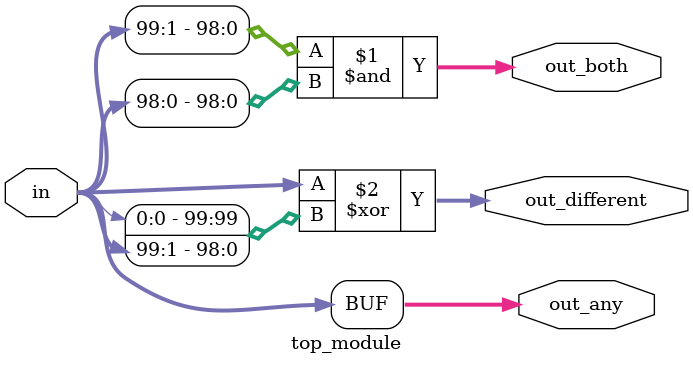
<source format=sv>
module top_module (
    input [99:0] in,
    output [98:0] out_both,
    output [99:0] out_any,
    output [99:0] out_different
);

    // Assign the output signals
    assign out_both = in[99:1] & in[98:0];
    assign out_any = in[99:0];
    assign out_different = in[99:0] ^ {in[0], in[99:1]};

endmodule

</source>
